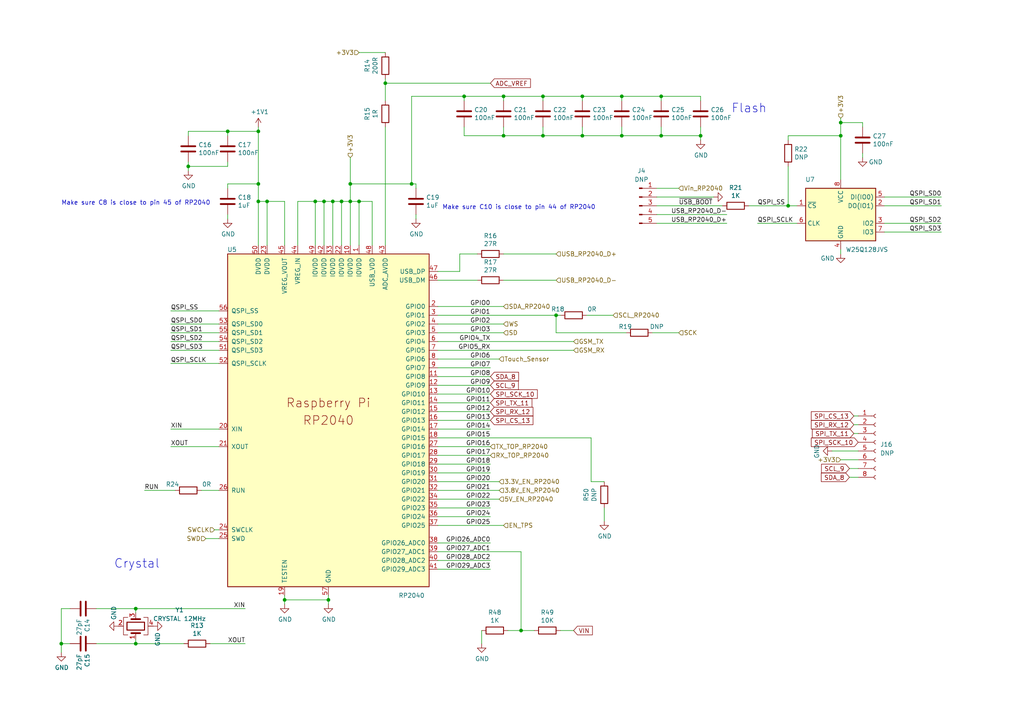
<source format=kicad_sch>
(kicad_sch (version 20231120) (generator "eeschema") (generator_version "8.0")
  (paper "A4")
  (lib_symbols
    (symbol "Connector:Conn_01x05_Male" (pin_names (offset 1.016) hide)
      (property "Reference" "J" (at 0 7.62 0))
      (property "Value" "Conn_01x05_Male" (at 0 -7.62 0))
      (symbol "Conn_01x05_Male_1_1"
        (polyline (pts (xy 1.27 -5.08) (xy 0.8636 -5.08)) (stroke (width 0.1524)))
        (polyline (pts (xy 1.27 -2.54) (xy 0.8636 -2.54)) (stroke (width 0.1524)))
        (polyline (pts (xy 1.27 0) (xy 0.8636 0)) (stroke (width 0.1524)))
        (polyline (pts (xy 1.27 2.54) (xy 0.8636 2.54)) (stroke (width 0.1524)))
        (polyline (pts (xy 1.27 5.08) (xy 0.8636 5.08)) (stroke (width 0.1524)))
        (rectangle (start 0.8636 -4.953) (end 0 -5.207) (stroke (width 0.1524)) (fill (type outline)))
        (rectangle (start 0.8636 -2.413) (end 0 -2.667) (stroke (width 0.1524)) (fill (type outline)))
        (rectangle (start 0.8636 0.127) (end 0 -0.127) (stroke (width 0.1524)) (fill (type outline)))
        (rectangle (start 0.8636 2.667) (end 0 2.413) (stroke (width 0.1524)) (fill (type outline)))
        (rectangle (start 0.8636 5.207) (end 0 4.953) (stroke (width 0.1524)) (fill (type outline)))
        (pin passive line (at 5.08 5.08 180) (length 3.81) (name "Pin_1") (number "1"))
        (pin passive line (at 5.08 2.54 180) (length 3.81) (name "Pin_2") (number "2"))
        (pin passive line (at 5.08 0 180) (length 3.81) (name "Pin_3") (number "3"))
        (pin passive line (at 5.08 -2.54 180) (length 3.81) (name "Pin_4") (number "4"))
        (pin passive line (at 5.08 -5.08 180) (length 3.81) (name "Pin_5") (number "5"))
      )
    )
    (symbol "Connector:Conn_01x08_Female" (pin_names (offset 1.016) hide)
      (property "Reference" "J" (at 0 10.16 0))
      (property "Value" "Conn_01x08_Female" (at 0 -12.7 0))
      (symbol "Conn_01x08_Female_1_1"
        (arc (start 0 -9.652) (mid -0.5058 -10.16) (end 0 -10.668) (stroke (width 0.1524)))
        (arc (start 0 -7.112) (mid -0.5058 -7.62) (end 0 -8.128) (stroke (width 0.1524)))
        (arc (start 0 -4.572) (mid -0.5058 -5.08) (end 0 -5.588) (stroke (width 0.1524)))
        (arc (start 0 -2.032) (mid -0.5058 -2.54) (end 0 -3.048) (stroke (width 0.1524)))
        (polyline (pts (xy -1.27 -10.16) (xy -0.508 -10.16)) (stroke (width 0.1524)))
        (polyline (pts (xy -1.27 -7.62) (xy -0.508 -7.62)) (stroke (width 0.1524)))
        (polyline (pts (xy -1.27 -5.08) (xy -0.508 -5.08)) (stroke (width 0.1524)))
        (polyline (pts (xy -1.27 -2.54) (xy -0.508 -2.54)) (stroke (width 0.1524)))
        (polyline (pts (xy -1.27 0) (xy -0.508 0)) (stroke (width 0.1524)))
        (polyline (pts (xy -1.27 2.54) (xy -0.508 2.54)) (stroke (width 0.1524)))
        (polyline (pts (xy -1.27 5.08) (xy -0.508 5.08)) (stroke (width 0.1524)))
        (polyline (pts (xy -1.27 7.62) (xy -0.508 7.62)) (stroke (width 0.1524)))
        (arc (start 0 0.508) (mid -0.5058 0) (end 0 -0.508) (stroke (width 0.1524)))
        (arc (start 0 3.048) (mid -0.5058 2.54) (end 0 2.032) (stroke (width 0.1524)))
        (arc (start 0 5.588) (mid -0.5058 5.08) (end 0 4.572) (stroke (width 0.1524)))
        (arc (start 0 8.128) (mid -0.5058 7.62) (end 0 7.112) (stroke (width 0.1524)))
        (pin passive line (at -5.08 7.62 0) (length 3.81) (name "Pin_1") (number "1"))
        (pin passive line (at -5.08 5.08 0) (length 3.81) (name "Pin_2") (number "2"))
        (pin passive line (at -5.08 2.54 0) (length 3.81) (name "Pin_3") (number "3"))
        (pin passive line (at -5.08 0 0) (length 3.81) (name "Pin_4") (number "4"))
        (pin passive line (at -5.08 -2.54 0) (length 3.81) (name "Pin_5") (number "5"))
        (pin passive line (at -5.08 -5.08 0) (length 3.81) (name "Pin_6") (number "6"))
        (pin passive line (at -5.08 -7.62 0) (length 3.81) (name "Pin_7") (number "7"))
        (pin passive line (at -5.08 -10.16 0) (length 3.81) (name "Pin_8") (number "8"))
      )
    )
    (symbol "Device:C" (pin_numbers hide) (pin_names (offset 0.254))
      (property "Reference" "C" (at 0.635 2.54 0))
      (property "Value" "C" (at 0.635 -2.54 0))
      (symbol "C_0_1"
        (polyline (pts (xy -2.032 -0.762) (xy 2.032 -0.762)) (stroke (width 0.508)))
        (polyline (pts (xy -2.032 0.762) (xy 2.032 0.762)) (stroke (width 0.508)))
      )
      (symbol "C_1_1"
        (pin passive line (at 0 3.81 270) (length 2.794) (name "~") (number "1"))
        (pin passive line (at 0 -3.81 90) (length 2.794) (name "~") (number "2"))
      )
    )
    (symbol "Device:Crystal_GND24" (pin_names (offset 1.016) hide)
      (property "Reference" "Y" (at 3.175 5.08 0))
      (property "Value" "Crystal_GND24" (at 3.175 3.175 0))
      (symbol "Crystal_GND24_0_1"
        (rectangle (start -1.143 2.54) (end 1.143 -2.54) (stroke (width 0.3048)))
        (polyline (pts (xy -2.54 0) (xy -2.032 0)))
        (polyline (pts (xy -2.032 -1.27) (xy -2.032 1.27)) (stroke (width 0.508)))
        (polyline (pts (xy 0 -3.81) (xy 0 -3.556)))
        (polyline (pts (xy 0 3.556) (xy 0 3.81)))
        (polyline (pts (xy 2.032 -1.27) (xy 2.032 1.27)) (stroke (width 0.508)))
        (polyline (pts (xy 2.032 0) (xy 2.54 0)))
        (polyline (pts (xy -2.54 -2.286) (xy -2.54 -3.556) (xy 2.54 -3.556) (xy 2.54 -2.286)))
        (polyline (pts (xy -2.54 2.286) (xy -2.54 3.556) (xy 2.54 3.556) (xy 2.54 2.286)))
      )
      (symbol "Crystal_GND24_1_1"
        (pin passive line (at -3.81 0 0) (length 1.27) (name "1") (number "1"))
        (pin passive line (at 0 5.08 270) (length 1.27) (name "2") (number "2"))
        (pin passive line (at 3.81 0 180) (length 1.27) (name "3") (number "3"))
        (pin passive line (at 0 -5.08 90) (length 1.27) (name "4") (number "4"))
      )
    )
    (symbol "Device:R" (pin_numbers hide) (pin_names (offset 0))
      (property "Reference" "R" (at 2.032 0 90))
      (property "Value" "R" (at 0 0 90))
      (symbol "R_0_1"
        (rectangle (start -1.016 -2.54) (end 1.016 2.54) (stroke (width 0.254)))
      )
      (symbol "R_1_1"
        (pin passive line (at 0 3.81 270) (length 1.27) (name "~") (number "1"))
        (pin passive line (at 0 -3.81 90) (length 1.27) (name "~") (number "2"))
      )
    )
    (symbol "MCU_RaspberryPi_RP2040:RP2040" (pin_names (offset 1.016))
      (property "Reference" "U" (at -29.21 49.53 0))
      (property "Value" "RP2040" (at 24.13 -49.53 0))
      (symbol "RP2040_0_0"
        (text "Raspberry Pi" (at 0 5.08 0) (effects (font (size 2.54 2.54))))
        (text "RP2040" (at 0 0 0) (effects (font (size 2.54 2.54))))
      )
      (symbol "RP2040_0_1"
        (rectangle (start 29.21 48.26) (end -29.21 -48.26) (stroke (width 0.254)) (fill (type background)))
      )
      (symbol "RP2040_1_1"
        (pin power_in line (at 8.89 50.8 270) (length 2.54) (name "IOVDD") (number "1"))
        (pin power_in line (at 6.35 50.8 270) (length 2.54) (name "IOVDD") (number "10"))
        (pin bidirectional line (at 31.75 12.7 180) (length 2.54) (name "GPIO8") (number "11"))
        (pin bidirectional line (at 31.75 10.16 180) (length 2.54) (name "GPIO9") (number "12"))
        (pin bidirectional line (at 31.75 7.62 180) (length 2.54) (name "GPIO10") (number "13"))
        (pin bidirectional line (at 31.75 5.08 180) (length 2.54) (name "GPIO11") (number "14"))
        (pin bidirectional line (at 31.75 2.54 180) (length 2.54) (name "GPIO12") (number "15"))
        (pin bidirectional line (at 31.75 0 180) (length 2.54) (name "GPIO13") (number "16"))
        (pin bidirectional line (at 31.75 -2.54 180) (length 2.54) (name "GPIO14") (number "17"))
        (pin bidirectional line (at 31.75 -5.08 180) (length 2.54) (name "GPIO15") (number "18"))
        (pin passive line (at -12.7 -50.8 90) (length 2.54) (name "TESTEN") (number "19"))
        (pin bidirectional line (at 31.75 33.02 180) (length 2.54) (name "GPIO0") (number "2"))
        (pin input line (at -31.75 -2.54 0) (length 2.54) (name "XIN") (number "20"))
        (pin passive line (at -31.75 -7.62 0) (length 2.54) (name "XOUT") (number "21"))
        (pin power_in line (at 3.81 50.8 270) (length 2.54) (name "IOVDD") (number "22"))
        (pin power_in line (at -17.78 50.8 270) (length 2.54) (name "DVDD") (number "23"))
        (pin output line (at -31.75 -31.75 0) (length 2.54) (name "SWCLK") (number "24"))
        (pin bidirectional line (at -31.75 -34.29 0) (length 2.54) (name "SWD") (number "25"))
        (pin input line (at -31.75 -20.32 0) (length 2.54) (name "RUN") (number "26"))
        (pin bidirectional line (at 31.75 -7.62 180) (length 2.54) (name "GPIO16") (number "27"))
        (pin bidirectional line (at 31.75 -10.16 180) (length 2.54) (name "GPIO17") (number "28"))
        (pin bidirectional line (at 31.75 -12.7 180) (length 2.54) (name "GPIO18") (number "29"))
        (pin bidirectional line (at 31.75 30.48 180) (length 2.54) (name "GPIO1") (number "3"))
        (pin bidirectional line (at 31.75 -15.24 180) (length 2.54) (name "GPIO19") (number "30"))
        (pin bidirectional line (at 31.75 -17.78 180) (length 2.54) (name "GPIO20") (number "31"))
        (pin bidirectional line (at 31.75 -20.32 180) (length 2.54) (name "GPIO21") (number "32"))
        (pin power_in line (at 1.27 50.8 270) (length 2.54) (name "IOVDD") (number "33"))
        (pin bidirectional line (at 31.75 -22.86 180) (length 2.54) (name "GPIO22") (number "34"))
        (pin bidirectional line (at 31.75 -25.4 180) (length 2.54) (name "GPIO23") (number "35"))
        (pin bidirectional line (at 31.75 -27.94 180) (length 2.54) (name "GPIO24") (number "36"))
        (pin bidirectional line (at 31.75 -30.48 180) (length 2.54) (name "GPIO25") (number "37"))
        (pin bidirectional line (at 31.75 -35.56 180) (length 2.54) (name "GPIO26_ADC0") (number "38"))
        (pin bidirectional line (at 31.75 -38.1 180) (length 2.54) (name "GPIO27_ADC1") (number "39"))
        (pin bidirectional line (at 31.75 27.94 180) (length 2.54) (name "GPIO2") (number "4"))
        (pin bidirectional line (at 31.75 -40.64 180) (length 2.54) (name "GPIO28_ADC2") (number "40"))
        (pin bidirectional line (at 31.75 -43.18 180) (length 2.54) (name "GPIO29_ADC3") (number "41"))
        (pin power_in line (at -1.27 50.8 270) (length 2.54) (name "IOVDD") (number "42"))
        (pin power_in line (at 16.51 50.8 270) (length 2.54) (name "ADC_AVDD") (number "43"))
        (pin power_in line (at -8.89 50.8 270) (length 2.54) (name "VREG_IN") (number "44"))
        (pin power_out line (at -12.7 50.8 270) (length 2.54) (name "VREG_VOUT") (number "45"))
        (pin bidirectional line (at 31.75 40.64 180) (length 2.54) (name "USB_DM") (number "46"))
        (pin bidirectional line (at 31.75 43.18 180) (length 2.54) (name "USB_DP") (number "47"))
        (pin power_in line (at 12.7 50.8 270) (length 2.54) (name "USB_VDD") (number "48"))
        (pin power_in line (at -3.81 50.8 270) (length 2.54) (name "IOVDD") (number "49"))
        (pin bidirectional line (at 31.75 25.4 180) (length 2.54) (name "GPIO3") (number "5"))
        (pin power_in line (at -20.32 50.8 270) (length 2.54) (name "DVDD") (number "50"))
        (pin bidirectional line (at -31.75 20.32 0) (length 2.54) (name "QSPI_SD3") (number "51"))
        (pin output line (at -31.75 16.51 0) (length 2.54) (name "QSPI_SCLK") (number "52"))
        (pin bidirectional line (at -31.75 27.94 0) (length 2.54) (name "QSPI_SD0") (number "53"))
        (pin bidirectional line (at -31.75 22.86 0) (length 2.54) (name "QSPI_SD2") (number "54"))
        (pin bidirectional line (at -31.75 25.4 0) (length 2.54) (name "QSPI_SD1") (number "55"))
        (pin bidirectional line (at -31.75 31.75 0) (length 2.54) (name "QSPI_SS") (number "56"))
        (pin power_in line (at 0 -50.8 90) (length 2.54) (name "GND") (number "57"))
        (pin bidirectional line (at 31.75 22.86 180) (length 2.54) (name "GPIO4") (number "6"))
        (pin bidirectional line (at 31.75 20.32 180) (length 2.54) (name "GPIO5") (number "7"))
        (pin bidirectional line (at 31.75 17.78 180) (length 2.54) (name "GPIO6") (number "8"))
        (pin bidirectional line (at 31.75 15.24 180) (length 2.54) (name "GPIO7") (number "9"))
      )
    )
    (symbol "Memory_Flash:W25Q128JVS"
      (property "Reference" "U" (at -8.89 8.89 0))
      (property "Value" "W25Q128JVS" (at 7.62 8.89 0))
      (symbol "W25Q128JVS_0_1"
        (rectangle (start -10.16 7.62) (end 10.16 -7.62) (stroke (width 0.254)) (fill (type background)))
      )
      (symbol "W25Q128JVS_1_1"
        (pin input line (at -12.7 2.54 0) (length 2.54) (name "~{CS}") (number "1"))
        (pin bidirectional line (at 12.7 2.54 180) (length 2.54) (name "DO(IO1)") (number "2"))
        (pin bidirectional line (at 12.7 -2.54 180) (length 2.54) (name "IO2") (number "3"))
        (pin power_in line (at 0 -10.16 90) (length 2.54) (name "GND") (number "4"))
        (pin bidirectional line (at 12.7 5.08 180) (length 2.54) (name "DI(IO0)") (number "5"))
        (pin input line (at -12.7 -2.54 0) (length 2.54) (name "CLK") (number "6"))
        (pin bidirectional line (at 12.7 -5.08 180) (length 2.54) (name "IO3") (number "7"))
        (pin power_in line (at 0 10.16 270) (length 2.54) (name "VCC") (number "8"))
      )
    )
    (symbol "power:+1V1" (power) (pin_names (offset 0))
      (property "Value" "+1V1" (at 0 3.556 0))
      (symbol "+1V1_0_1"
        (polyline (pts (xy -0.762 1.27) (xy 0 2.54)))
        (polyline (pts (xy 0 0) (xy 0 2.54)))
        (polyline (pts (xy 0 2.54) (xy 0.762 1.27)))
      )
      (symbol "+1V1_1_1"
        (pin power_in line (at 0 0 90) (length 0) hide (name "+1V1") (number "1"))
      )
    )
    (symbol "power:GND" (power) (pin_names (offset 0))
      (property "Value" "GND" (at 0 -3.81 0))
      (symbol "GND_0_1"
        (polyline (pts (xy 0 0) (xy 0 -1.27) (xy 1.27 -1.27) (xy 0 -2.54) (xy -1.27 -1.27) (xy 0 -1.27)))
      )
      (symbol "GND_1_1"
        (pin power_in line (at 0 0 270) (length 0) hide (name "GND") (number "1"))
      )
    )
  )
  (junction (at 111.76 24.13))
  (junction (at 54.61 48.26))
  (junction (at 39.37 186.69))
  (junction (at 151.13 182.88))
  (junction (at 180.34 27.94))
  (junction (at 101.6 58.42))
  (junction (at 95.25 173.99))
  (junction (at 74.93 58.42))
  (junction (at 180.34 39.37))
  (junction (at 17.78 186.69))
  (junction (at 104.14 58.42))
  (junction (at 39.37 176.53))
  (junction (at 93.98 58.42))
  (junction (at 96.52 58.42))
  (junction (at 82.55 173.99))
  (junction (at 74.93 38.1))
  (junction (at 91.44 58.42))
  (junction (at 168.91 39.37))
  (junction (at 101.6 53.34))
  (junction (at 134.62 27.94))
  (junction (at 161.29 91.44))
  (junction (at 157.48 27.94))
  (junction (at 228.6 59.69))
  (junction (at 66.04 38.1))
  (junction (at 74.93 53.34))
  (junction (at 99.06 58.42))
  (junction (at 191.77 39.37))
  (junction (at 191.77 27.94))
  (junction (at 168.91 27.94))
  (junction (at 77.47 58.42))
  (junction (at 119.38 53.34))
  (junction (at 146.05 27.94))
  (junction (at 157.48 39.37))
  (junction (at 243.84 39.37))
  (junction (at 243.84 35.56))
  (junction (at 203.2 39.37))
  (junction (at 146.05 39.37))
  (wire (pts (xy 111.76 36.83) (xy 111.76 71.12)))
  (wire (pts (xy 170.18 91.44) (xy 177.8 91.44)))
  (wire (pts (xy 49.53 124.46) (xy 63.5 124.46)))
  (wire (pts (xy 59.69 156.21) (xy 63.5 156.21)))
  (wire (pts (xy 191.77 39.37) (xy 203.2 39.37)))
  (wire (pts (xy 66.04 53.34) (xy 74.93 53.34)))
  (wire (pts (xy 127 160.02) (xy 151.13 160.02)))
  (wire (pts (xy 191.77 27.94) (xy 203.2 27.94)))
  (wire (pts (xy 101.6 58.42) (xy 104.14 58.42)))
  (wire (pts (xy 180.34 27.94) (xy 191.77 27.94)))
  (wire (pts (xy 82.55 173.99) (xy 95.25 173.99)))
  (wire (pts (xy 111.76 22.86) (xy 111.76 24.13)))
  (wire (pts (xy 180.34 39.37) (xy 168.91 39.37)))
  (wire (pts (xy 127 149.86) (xy 142.24 149.86)))
  (wire (pts (xy 39.37 186.69) (xy 53.34 186.69)))
  (wire (pts (xy 191.77 29.21) (xy 191.77 27.94)))
  (wire (pts (xy 86.36 58.42) (xy 91.44 58.42)))
  (wire (pts (xy 196.85 54.61) (xy 190.5 54.61)))
  (wire (pts (xy 146.05 27.94) (xy 157.48 27.94)))
  (wire (pts (xy 54.61 46.99) (xy 54.61 48.26)))
  (wire (pts (xy 228.6 48.26) (xy 228.6 59.69)))
  (wire (pts (xy 127 104.14) (xy 144.78 104.14)))
  (wire (pts (xy 95.25 173.99) (xy 95.25 175.26)))
  (wire (pts (xy 127 106.68) (xy 142.24 106.68)))
  (wire (pts (xy 27.94 176.53) (xy 39.37 176.53)))
  (wire (pts (xy 119.38 27.94) (xy 119.38 53.34)))
  (wire (pts (xy 101.6 53.34) (xy 101.6 58.42)))
  (wire (pts (xy 207.01 57.15) (xy 190.5 57.15)))
  (wire (pts (xy 111.76 24.13) (xy 111.76 29.21)))
  (wire (pts (xy 127 93.98) (xy 146.05 93.98)))
  (wire (pts (xy 60.96 186.69) (xy 71.12 186.69)))
  (wire (pts (xy 161.29 91.44) (xy 162.56 91.44)))
  (wire (pts (xy 190.5 59.69) (xy 209.55 59.69)))
  (wire (pts (xy 93.98 58.42) (xy 96.52 58.42)))
  (wire (pts (xy 157.48 27.94) (xy 168.91 27.94)))
  (wire (pts (xy 241.3 130.81) (xy 248.92 130.81)))
  (wire (pts (xy 66.04 54.61) (xy 66.04 53.34)))
  (wire (pts (xy 127 96.52) (xy 146.05 96.52)))
  (wire (pts (xy 74.93 53.34) (xy 74.93 58.42)))
  (wire (pts (xy 20.32 176.53) (xy 17.78 176.53)))
  (wire (pts (xy 203.2 36.83) (xy 203.2 39.37)))
  (wire (pts (xy 99.06 71.12) (xy 99.06 58.42)))
  (wire (pts (xy 127 144.78) (xy 144.78 144.78)))
  (wire (pts (xy 127 127) (xy 171.45 127)))
  (wire (pts (xy 180.34 29.21) (xy 180.34 27.94)))
  (wire (pts (xy 146.05 39.37) (xy 134.62 39.37)))
  (wire (pts (xy 63.5 90.17) (xy 49.53 90.17)))
  (wire (pts (xy 111.76 24.13) (xy 142.24 24.13)))
  (wire (pts (xy 247.65 125.73) (xy 248.92 125.73)))
  (wire (pts (xy 66.04 39.37) (xy 66.04 38.1)))
  (wire (pts (xy 77.47 58.42) (xy 74.93 58.42)))
  (wire (pts (xy 146.05 36.83) (xy 146.05 39.37)))
  (wire (pts (xy 49.53 96.52) (xy 63.5 96.52)))
  (wire (pts (xy 256.54 67.31) (xy 273.05 67.31)))
  (wire (pts (xy 203.2 39.37) (xy 203.2 40.64)))
  (wire (pts (xy 134.62 27.94) (xy 146.05 27.94)))
  (wire (pts (xy 127 81.28) (xy 138.43 81.28)))
  (wire (pts (xy 74.93 58.42) (xy 74.93 71.12)))
  (wire (pts (xy 127 114.3) (xy 142.24 114.3)))
  (wire (pts (xy 127 162.56) (xy 142.24 162.56)))
  (wire (pts (xy 127 147.32) (xy 142.24 147.32)))
  (wire (pts (xy 180.34 36.83) (xy 180.34 39.37)))
  (wire (pts (xy 107.95 71.12) (xy 107.95 58.42)))
  (wire (pts (xy 134.62 27.94) (xy 119.38 27.94)))
  (wire (pts (xy 168.91 29.21) (xy 168.91 27.94)))
  (wire (pts (xy 146.05 73.66) (xy 161.29 73.66)))
  (wire (pts (xy 203.2 29.21) (xy 203.2 27.94)))
  (wire (pts (xy 120.65 62.23) (xy 120.65 63.5)))
  (wire (pts (xy 101.6 53.34) (xy 101.6 45.72)))
  (wire (pts (xy 49.53 101.6) (xy 63.5 101.6)))
  (wire (pts (xy 77.47 71.12) (xy 77.47 58.42)))
  (wire (pts (xy 20.32 186.69) (xy 17.78 186.69)))
  (wire (pts (xy 127 99.06) (xy 166.37 99.06)))
  (wire (pts (xy 49.53 99.06) (xy 63.5 99.06)))
  (wire (pts (xy 127 91.44) (xy 161.29 91.44)))
  (wire (pts (xy 166.37 182.88) (xy 162.56 182.88)))
  (wire (pts (xy 175.26 147.32) (xy 175.26 151.13)))
  (wire (pts (xy 127 88.9) (xy 146.05 88.9)))
  (wire (pts (xy 82.55 71.12) (xy 82.55 58.42)))
  (wire (pts (xy 119.38 53.34) (xy 101.6 53.34)))
  (wire (pts (xy 151.13 182.88) (xy 151.13 160.02)))
  (wire (pts (xy 191.77 36.83) (xy 191.77 39.37)))
  (wire (pts (xy 228.6 39.37) (xy 243.84 39.37)))
  (wire (pts (xy 50.8 142.24) (xy 41.91 142.24)))
  (wire (pts (xy 147.32 182.88) (xy 151.13 182.88)))
  (wire (pts (xy 104.14 58.42) (xy 104.14 71.12)))
  (wire (pts (xy 217.17 59.69) (xy 228.6 59.69)))
  (wire (pts (xy 246.38 135.89) (xy 248.92 135.89)))
  (wire (pts (xy 63.5 129.54) (xy 49.53 129.54)))
  (wire (pts (xy 104.14 58.42) (xy 107.95 58.42)))
  (wire (pts (xy 196.85 96.52) (xy 189.23 96.52)))
  (wire (pts (xy 246.38 138.43) (xy 248.92 138.43)))
  (wire (pts (xy 86.36 71.12) (xy 86.36 58.42)))
  (wire (pts (xy 74.93 36.83) (xy 74.93 38.1)))
  (wire (pts (xy 243.84 39.37) (xy 243.84 52.07)))
  (wire (pts (xy 127 116.84) (xy 142.24 116.84)))
  (wire (pts (xy 54.61 48.26) (xy 54.61 49.53)))
  (wire (pts (xy 74.93 38.1) (xy 74.93 53.34)))
  (wire (pts (xy 171.45 139.7) (xy 175.26 139.7)))
  (wire (pts (xy 127 139.7) (xy 144.78 139.7)))
  (wire (pts (xy 133.35 73.66) (xy 138.43 73.66)))
  (wire (pts (xy 82.55 172.72) (xy 82.55 173.99)))
  (wire (pts (xy 82.55 173.99) (xy 82.55 175.26)))
  (wire (pts (xy 127 137.16) (xy 142.24 137.16)))
  (wire (pts (xy 17.78 186.69) (xy 17.78 189.23)))
  (wire (pts (xy 127 132.08) (xy 142.24 132.08)))
  (wire (pts (xy 127 157.48) (xy 142.24 157.48)))
  (wire (pts (xy 134.62 36.83) (xy 134.62 39.37)))
  (wire (pts (xy 146.05 29.21) (xy 146.05 27.94)))
  (wire (pts (xy 139.7 186.69) (xy 139.7 182.88)))
  (wire (pts (xy 63.5 105.41) (xy 49.53 105.41)))
  (wire (pts (xy 27.94 186.69) (xy 39.37 186.69)))
  (wire (pts (xy 161.29 96.52) (xy 181.61 96.52)))
  (wire (pts (xy 95.25 172.72) (xy 95.25 173.99)))
  (wire (pts (xy 17.78 176.53) (xy 17.78 186.69)))
  (wire (pts (xy 191.77 39.37) (xy 180.34 39.37)))
  (wire (pts (xy 99.06 58.42) (xy 101.6 58.42)))
  (wire (pts (xy 66.04 38.1) (xy 74.93 38.1)))
  (wire (pts (xy 210.82 64.77) (xy 190.5 64.77)))
  (wire (pts (xy 228.6 40.64) (xy 228.6 39.37)))
  (wire (pts (xy 256.54 59.69) (xy 273.05 59.69)))
  (wire (pts (xy 127 152.4) (xy 146.05 152.4)))
  (wire (pts (xy 96.52 71.12) (xy 96.52 58.42)))
  (wire (pts (xy 247.65 120.65) (xy 248.92 120.65)))
  (wire (pts (xy 250.19 44.45) (xy 250.19 45.72)))
  (wire (pts (xy 133.35 73.66) (xy 133.35 78.74)))
  (wire (pts (xy 256.54 57.15) (xy 273.05 57.15)))
  (wire (pts (xy 63.5 142.24) (xy 58.42 142.24)))
  (wire (pts (xy 127 142.24) (xy 144.78 142.24)))
  (wire (pts (xy 127 134.62) (xy 142.24 134.62)))
  (wire (pts (xy 134.62 29.21) (xy 134.62 27.94)))
  (wire (pts (xy 49.53 93.98) (xy 63.5 93.98)))
  (wire (pts (xy 127 109.22) (xy 142.24 109.22)))
  (wire (pts (xy 157.48 39.37) (xy 146.05 39.37)))
  (wire (pts (xy 104.14 15.24) (xy 111.76 15.24)))
  (wire (pts (xy 54.61 38.1) (xy 66.04 38.1)))
  (wire (pts (xy 157.48 36.83) (xy 157.48 39.37)))
  (wire (pts (xy 247.65 123.19) (xy 248.92 123.19)))
  (wire (pts (xy 127 129.54) (xy 142.24 129.54)))
  (wire (pts (xy 54.61 48.26) (xy 66.04 48.26)))
  (wire (pts (xy 127 111.76) (xy 142.24 111.76)))
  (wire (pts (xy 91.44 71.12) (xy 91.44 58.42)))
  (wire (pts (xy 93.98 71.12) (xy 93.98 58.42)))
  (wire (pts (xy 62.23 153.67) (xy 63.5 153.67)))
  (wire (pts (xy 243.84 133.35) (xy 248.92 133.35)))
  (wire (pts (xy 243.84 35.56) (xy 243.84 39.37)))
  (wire (pts (xy 82.55 58.42) (xy 77.47 58.42)))
  (wire (pts (xy 127 78.74) (xy 133.35 78.74)))
  (wire (pts (xy 171.45 139.7) (xy 171.45 127)))
  (wire (pts (xy 168.91 39.37) (xy 157.48 39.37)))
  (wire (pts (xy 66.04 48.26) (xy 66.04 46.99)))
  (wire (pts (xy 243.84 34.29) (xy 243.84 35.56)))
  (wire (pts (xy 219.71 64.77) (xy 231.14 64.77)))
  (wire (pts (xy 127 124.46) (xy 142.24 124.46)))
  (wire (pts (xy 228.6 59.69) (xy 231.14 59.69)))
  (wire (pts (xy 210.82 62.23) (xy 190.5 62.23)))
  (wire (pts (xy 243.84 72.39) (xy 243.84 73.66)))
  (wire (pts (xy 250.19 36.83) (xy 250.19 35.56)))
  (wire (pts (xy 151.13 182.88) (xy 154.94 182.88)))
  (wire (pts (xy 66.04 62.23) (xy 66.04 63.5)))
  (wire (pts (xy 161.29 91.44) (xy 161.29 96.52)))
  (wire (pts (xy 39.37 177.8) (xy 39.37 176.53)))
  (wire (pts (xy 101.6 71.12) (xy 101.6 58.42)))
  (wire (pts (xy 39.37 176.53) (xy 71.12 176.53)))
  (wire (pts (xy 120.65 53.34) (xy 119.38 53.34)))
  (wire (pts (xy 39.37 185.42) (xy 39.37 186.69)))
  (wire (pts (xy 127 119.38) (xy 142.24 119.38)))
  (wire (pts (xy 256.54 64.77) (xy 273.05 64.77)))
  (wire (pts (xy 127 121.92) (xy 142.24 121.92)))
  (wire (pts (xy 146.05 81.28) (xy 161.29 81.28)))
  (wire (pts (xy 120.65 54.61) (xy 120.65 53.34)))
  (wire (pts (xy 127 165.1) (xy 142.24 165.1)))
  (wire (pts (xy 168.91 27.94) (xy 180.34 27.94)))
  (wire (pts (xy 91.44 58.42) (xy 93.98 58.42)))
  (wire (pts (xy 127 101.6) (xy 166.37 101.6)))
  (wire (pts (xy 96.52 58.42) (xy 99.06 58.42)))
  (wire (pts (xy 250.19 35.56) (xy 243.84 35.56)))
  (wire (pts (xy 157.48 29.21) (xy 157.48 27.94)))
  (wire (pts (xy 168.91 36.83) (xy 168.91 39.37)))
  (wire (pts (xy 54.61 39.37) (xy 54.61 38.1)))
  (text "Make sure C8 is close to pin 45 of RP2040" (at 17.78 59.69 0) (effects (font (size 1.27 1.27)) (justify left bottom)))
  (text "Make sure C10 is close to pin 44 of RP2040" (at 128.27 60.96 0) (effects (font (size 1.27 1.27)) (justify left bottom)))
  (text "Flash" (at 212.09 33.02 0) (effects (font (size 2.54 2.54)) (justify left bottom)))
  (text "Crystal" (at 33.02 165.1 0) (effects (font (size 2.54 2.54)) (justify left bottom)))
  (label "GPIO22" (at 142.24 144.78 180))
  (label "GPIO17" (at 142.24 132.08 180))
  (label "GPIO9" (at 142.24 111.76 180))
  (label "XIN" (at 71.12 176.53 180))
  (label "GPIO5_RX" (at 142.24 101.6 180))
  (label "GPIO15" (at 142.24 127 180))
  (label "QSPI_SD0" (at 49.53 93.98 0))
  (label "GPIO18" (at 142.24 134.62 180))
  (label "GPIO26_ADC0" (at 142.24 157.48 180))
  (label "GPIO24" (at 142.24 149.86 180))
  (label "QSPI_SD2" (at 49.53 99.06 0))
  (label "GPIO27_ADC1" (at 142.24 160.02 180))
  (label "QSPI_SCLK" (at 219.71 64.77 0))
  (label "GPIO7" (at 142.24 106.68 180))
  (label "GPIO14" (at 142.24 124.46 180))
  (label "GPIO3" (at 142.24 96.52 180))
  (label "GPIO0" (at 142.24 88.9 180))
  (label "QSPI_SD3" (at 273.05 67.31 180))
  (label "GPIO11" (at 142.24 116.84 180))
  (label "QSPI_SD0" (at 273.05 57.15 180))
  (label "USB_RP2040_D-" (at 210.82 62.23 180))
  (label "GPIO4_TX" (at 142.24 99.06 180))
  (label "GPIO20" (at 142.24 139.7 180))
  (label "~{USB_BOOT}" (at 196.85 59.69 0))
  (label "GPIO13" (at 142.24 121.92 180))
  (label "GPIO12" (at 142.24 119.38 180))
  (label "GPIO6" (at 142.24 104.14 180))
  (label "GPIO29_ADC3" (at 142.24 165.1 180))
  (label "GPIO1" (at 142.24 91.44 180))
  (label "GPIO28_ADC2" (at 142.24 162.56 180))
  (label "QSPI_SCLK" (at 49.53 105.41 0))
  (label "QSPI_SS" (at 49.53 90.17 0))
  (label "GPIO23" (at 142.24 147.32 180))
  (label "QSPI_SD3" (at 49.53 101.6 0))
  (label "USB_RP2040_D+" (at 210.82 64.77 180))
  (label "RUN" (at 41.91 142.24 0))
  (label "GPIO19" (at 142.24 137.16 180))
  (label "GPIO10" (at 142.24 114.3 180))
  (label "QSPI_SD1" (at 273.05 59.69 180))
  (label "QSPI_SD2" (at 273.05 64.77 180))
  (label "GPIO16" (at 142.24 129.54 180))
  (label "XOUT" (at 49.53 129.54 0))
  (label "QSPI_SD1" (at 49.53 96.52 0))
  (label "GPIO8" (at 142.24 109.22 180))
  (label "XOUT" (at 71.12 186.69 180))
  (label "GPIO25" (at 142.24 152.4 180))
  (label "QSPI_SS" (at 219.71 59.69 0))
  (label "XIN" (at 49.53 124.46 0))
  (label "GPIO21" (at 142.24 142.24 180))
  (label "GPIO2" (at 142.24 93.98 180))
  (global_label "SPI_SCK_10" (shape input) (at 142.24 114.3 0) (property "Intersheetrefs" "${INTERSHEET_REFS}" (effects (hide yes))))
  (global_label "SPI_TX_11" (shape input) (at 142.24 116.84 0) (property "Intersheetrefs" "${INTERSHEET_REFS}" (effects (hide yes))))
  (global_label "ADC_VREF" (shape input) (at 142.24 24.13 0) (property "Intersheetrefs" "${INTERSHEET_REFS}" (effects (hide yes))))
  (global_label "VIN" (shape input) (at 166.37 182.88 0) (property "Intersheetrefs" "${INTERSHEET_REFS}" (effects (hide yes))))
  (global_label "SPI_TX_11" (shape input) (at 247.65 125.73 180) (property "Intersheetrefs" "${INTERSHEET_REFS}" (effects (hide yes))))
  (global_label "SPI_RX_12" (shape input) (at 247.65 123.19 180) (property "Intersheetrefs" "${INTERSHEET_REFS}" (effects (hide yes))))
  (global_label "SPI_CS_13" (shape input) (at 142.24 121.92 0) (property "Intersheetrefs" "${INTERSHEET_REFS}" (effects (hide yes))))
  (global_label "SPI_CS_13" (shape input) (at 247.65 120.65 180) (property "Intersheetrefs" "${INTERSHEET_REFS}" (effects (hide yes))))
  (global_label "SDA_8" (shape input) (at 246.38 138.43 180) (property "Intersheetrefs" "${INTERSHEET_REFS}" (effects (hide yes))))
  (global_label "SPI_RX_12" (shape input) (at 142.24 119.38 0) (property "Intersheetrefs" "${INTERSHEET_REFS}" (effects (hide yes))))
  (global_label "SCL_9" (shape input) (at 142.24 111.76 0) (property "Intersheetrefs" "${INTERSHEET_REFS}" (effects (hide yes))))
  (global_label "SCL_9" (shape input) (at 246.38 135.89 180) (property "Intersheetrefs" "${INTERSHEET_REFS}" (effects (hide yes))))
  (global_label "SDA_8" (shape input) (at 142.24 109.22 0) (property "Intersheetrefs" "${INTERSHEET_REFS}" (effects (hide yes))))
  (global_label "SPI_SCK_10" (shape input) (at 248.92 128.27 180) (property "Intersheetrefs" "${INTERSHEET_REFS}" (effects (hide yes))))
  (hierarchical_label "+3V3" (shape input) (at 243.84 133.35 180))
  (hierarchical_label "EN_TPS" (shape input) (at 146.05 152.4 0))
  (hierarchical_label "WS" (shape input) (at 146.05 93.98 0))
  (hierarchical_label "Vin_RP2040" (shape input) (at 196.85 54.61 0))
  (hierarchical_label "+3V3" (shape input) (at 101.6 45.72 90))
  (hierarchical_label "SCL_RP2040" (shape input) (at 177.8 91.44 0))
  (hierarchical_label "Touch_Sensor" (shape input) (at 144.78 104.14 0))
  (hierarchical_label "+3V3" (shape input) (at 104.14 15.24 180))
  (hierarchical_label "SDA_RP2040" (shape input) (at 146.05 88.9 0))
  (hierarchical_label "SWCLK" (shape input) (at 62.23 153.67 180))
  (hierarchical_label "GSM_TX" (shape input) (at 166.37 99.06 0))
  (hierarchical_label "USB_RP2040_D-" (shape input) (at 161.29 81.28 0))
  (hierarchical_label "RX_TOP_RP2040" (shape input) (at 142.24 132.08 0))
  (hierarchical_label "5V_EN_RP2040" (shape input) (at 144.78 144.78 0))
  (hierarchical_label "GSM_RX" (shape input) (at 166.37 101.6 0))
  (hierarchical_label "USB_RP2040_D+" (shape input) (at 161.29 73.66 0))
  (hierarchical_label "3.3V_EN_RP2040" (shape input) (at 144.78 139.7 0))
  (hierarchical_label "TX_TOP_RP2040" (shape input) (at 142.24 129.54 0))
  (hierarchical_label "SWD" (shape input) (at 59.69 156.21 180))
  (hierarchical_label "3.8V_EN_RP2040" (shape input) (at 144.78 142.24 0))
  (hierarchical_label "SCK" (shape input) (at 196.85 96.52 0))
  (hierarchical_label "+3V3" (shape input) (at 243.84 34.29 90))
  (hierarchical_label "SD" (shape input) (at 146.05 96.52 0))
  (symbol (lib_id "Device:R") (at 57.15 186.69 270) (unit 1)
    (property "Reference" "R13" (at 57.15 181.4322 90))
    (property "Value" "1K" (at 57.15 183.7436 90))
    (property "Footprint" "Resistor_SMD:R_0603_1608Metric" (effects (hide yes)))
  )
  (symbol (lib_id "Device:C") (at 24.13 186.69 270) (unit 1)
    (property "Reference" "C15" (at 25.2984 189.611 0) (effects (justify left)))
    (property "Value" "27pF" (at 22.987 189.611 0) (effects (justify left)))
    (property "Footprint" "Capacitor_SMD:C_0402_1005Metric" (effects (hide yes)))
  )
  (symbol (lib_id "Device:C") (at 24.13 176.53 270) (unit 1)
    (property "Reference" "C14" (at 25.2984 179.451 0) (effects (justify left)))
    (property "Value" "27pF" (at 22.987 179.451 0) (effects (justify left)))
    (property "Footprint" "Capacitor_SMD:C_0402_1005Metric" (effects (hide yes)))
  )
  (symbol (lib_id "Device:C") (at 191.77 33.02 0) (unit 1)
    (property "Reference" "C25" (at 194.691 31.8516 0) (effects (justify left)))
    (property "Value" "100nF" (at 194.691 34.163 0) (effects (justify left)))
    (property "Footprint" "Capacitor_SMD:C_0402_1005Metric" (effects (hide yes)))
  )
  (symbol (lib_id "Device:R") (at 54.61 142.24 270) (unit 1)
    (property "Reference" "R24" (at 50.038 140.462 90))
    (property "Value" "0R" (at 59.944 140.462 90))
    (property "Footprint" "Resistor_SMD:R_0603_1608Metric" (effects (hide yes)))
  )
  (symbol (lib_id "power:GND") (at 17.78 189.23 0) (unit 1)
    (property "Reference" "#PWR0135" (effects (hide yes)))
    (property "Value" "GND" (at 17.907 193.6242 0))
  )
  (symbol (lib_id "Device:R") (at 142.24 73.66 270) (unit 1)
    (property "Reference" "R16" (at 142.24 68.4022 90))
    (property "Value" "27R" (at 142.24 70.7136 90))
    (property "Footprint" "Resistor_SMD:R_0603_1608Metric" (effects (hide yes)))
  )
  (symbol (lib_id "Device:C") (at 120.65 58.42 0) (unit 1)
    (property "Reference" "C19" (at 123.571 57.2516 0) (effects (justify left)))
    (property "Value" "1uF" (at 123.571 59.563 0) (effects (justify left)))
    (property "Footprint" "Capacitor_SMD:C_0402_1005Metric" (effects (hide yes)))
  )
  (symbol (lib_id "power:GND") (at 95.25 175.26 0) (unit 1)
    (property "Reference" "#PWR0131" (effects (hide yes)))
    (property "Value" "GND" (at 95.377 179.6542 0))
  )
  (symbol (lib_id "Device:R") (at 142.24 81.28 270) (unit 1)
    (property "Reference" "R17" (at 142.24 76.0222 90))
    (property "Value" "27R" (at 142.24 78.3336 90))
    (property "Footprint" "Resistor_SMD:R_0603_1608Metric" (effects (hide yes)))
  )
  (symbol (lib_id "Device:R") (at 175.26 143.51 0) (unit 1)
    (property "Reference" "R50" (at 170.0022 143.51 90))
    (property "Value" "DNP" (at 172.3136 143.51 90))
    (property "Footprint" "Resistor_SMD:R_0603_1608Metric" (effects (hide yes)))
  )
  (symbol (lib_id "power:GND") (at 139.7 186.69 0) (unit 1)
    (property "Reference" "#PWR0174" (effects (hide yes)))
    (property "Value" "GND" (at 139.827 191.0842 0))
  )
  (symbol (lib_id "power:GND") (at 54.61 49.53 0) (unit 1)
    (property "Reference" "#PWR0128" (effects (hide yes)))
    (property "Value" "GND" (at 54.737 53.9242 0))
  )
  (symbol (lib_id "Device:C") (at 180.34 33.02 0) (unit 1)
    (property "Reference" "C24" (at 183.261 31.8516 0) (effects (justify left)))
    (property "Value" "100nF" (at 183.261 34.163 0) (effects (justify left)))
    (property "Footprint" "Capacitor_SMD:C_0402_1005Metric" (effects (hide yes)))
  )
  (symbol (lib_id "Device:C") (at 134.62 33.02 0) (unit 1)
    (property "Reference" "C20" (at 137.541 31.8516 0) (effects (justify left)))
    (property "Value" "100nF" (at 137.541 34.163 0) (effects (justify left)))
    (property "Footprint" "Capacitor_SMD:C_0402_1005Metric" (effects (hide yes)))
  )
  (symbol (lib_id "Memory_Flash:W25Q128JVS") (at 243.84 62.23 0) (unit 1)
    (property "Reference" "U7" (at 234.95 52.07 0))
    (property "Value" "W25Q128JVS" (at 251.46 72.39 0))
    (property "Footprint" "Package_SO:SOIC-8_5.23x5.23mm_P1.27mm" (effects (hide yes)))
    (property "Datasheet" "http://www.winbond.com/resource-files/w25q128jv_dtr%20revc%2003272018%20plus.pdf" (effects (hide yes)))
    (property "Link" "https://www.lcsc.com/product-detail/NOR-FLASH_Winbond-Elec-W25Q128JVSIQ_C97521.html" (effects (hide yes)))
    (property "MPN" "W25Q128JVSIQ" (effects (hide yes)))
  )
  (symbol (lib_id "power:GND") (at 175.26 151.13 0) (unit 1)
    (property "Reference" "#PWR0175" (effects (hide yes)))
    (property "Value" "GND" (at 175.387 155.5242 0))
  )
  (symbol (lib_id "Device:C") (at 146.05 33.02 0) (unit 1)
    (property "Reference" "C21" (at 148.971 31.8516 0) (effects (justify left)))
    (property "Value" "100nF" (at 148.971 34.163 0) (effects (justify left)))
    (property "Footprint" "Capacitor_SMD:C_0402_1005Metric" (effects (hide yes)))
  )
  (symbol (lib_id "Device:R") (at 143.51 182.88 270) (unit 1)
    (property "Reference" "R48" (at 143.51 177.6222 90))
    (property "Value" "1K" (at 143.51 179.9336 90))
    (property "Footprint" "Resistor_SMD:R_0603_1608Metric" (effects (hide yes)))
  )
  (symbol (lib_id "power:GND") (at 34.29 181.61 270) (unit 1)
    (property "Reference" "#PWR0133" (effects (hide yes)))
    (property "Value" "GND" (at 33.02 177.8 0))
  )
  (symbol (lib_id "Connector:Conn_01x05_Male") (at 185.42 59.69 0) (unit 1)
    (property "Reference" "J4" (at 186.055 49.53 0))
    (property "Value" "DNP" (at 186.055 52.07 0))
    (property "Footprint" "Connector_PinSocket_2.00mm:PinSocket_1x05_P2.00mm_Vertical" (effects (hide yes)))
    (property "MPN" "MALE 1x05_P2.00mm Through Hole PinHeader " (effects (hide yes)))
  )
  (symbol (lib_id "Device:R") (at 228.6 44.45 0) (unit 1)
    (property "Reference" "R22" (at 230.378 43.2816 0) (effects (justify left)))
    (property "Value" "DNP" (at 230.378 45.593 0) (effects (justify left)))
    (property "Footprint" "Resistor_SMD:R_0603_1608Metric" (effects (hide yes)))
  )
  (symbol (lib_id "Device:R") (at 166.37 91.44 270) (unit 1)
    (property "Reference" "R18" (at 161.798 89.662 90))
    (property "Value" "0R" (at 171.704 89.662 90))
    (property "Footprint" "Resistor_SMD:R_0603_1608Metric" (effects (hide yes)))
  )
  (symbol (lib_id "Device:R") (at 158.75 182.88 270) (unit 1)
    (property "Reference" "R49" (at 158.75 177.6222 90))
    (property "Value" "10K" (at 158.75 179.9336 90))
    (property "Footprint" "Resistor_SMD:R_0603_1608Metric" (effects (hide yes)))
  )
  (symbol (lib_id "Device:R") (at 111.76 19.05 0) (unit 1)
    (property "Reference" "R14" (at 106.5022 19.05 90))
    (property "Value" "200R" (at 108.8136 19.05 90))
    (property "Footprint" "Resistor_SMD:R_0603_1608Metric" (effects (hide yes)))
  )
  (symbol (lib_id "Device:C") (at 203.2 33.02 0) (unit 1)
    (property "Reference" "C26" (at 206.121 31.8516 0) (effects (justify left)))
    (property "Value" "100nF" (at 206.121 34.163 0) (effects (justify left)))
    (property "Footprint" "Capacitor_SMD:C_0402_1005Metric" (effects (hide yes)))
  )
  (symbol (lib_id "Device:C") (at 66.04 43.18 0) (unit 1)
    (property "Reference" "C17" (at 68.961 42.0116 0) (effects (justify left)))
    (property "Value" "100nF" (at 68.961 44.323 0) (effects (justify left)))
    (property "Footprint" "Capacitor_SMD:C_0402_1005Metric" (effects (hide yes)))
  )
  (symbol (lib_id "MCU_RaspberryPi_RP2040:RP2040") (at 95.25 121.92 0) (unit 1)
    (property "Reference" "U5" (at 67.31 72.39 0))
    (property "Value" "RP2040" (at 119.38 172.72 0))
    (property "Footprint" "RP2040_minimal:RP2040-QFN-56" (effects (hide yes)))
    (property "Link" "https://www.lcsc.com/product-detail/Microcontroller-Units-MCUs-MPUs-SOCs_Raspberry-Pi-RP2040_C2040.html" (effects (hide yes)))
    (property "MPN" "RP2040" (effects (hide yes)))
  )
  (symbol (lib_id "power:GND") (at 243.84 73.66 0) (unit 1)
    (property "Reference" "#PWR0151" (effects (hide yes)))
    (property "Value" "GND" (at 240.03 74.93 0))
  )
  (symbol (lib_id "Device:C") (at 66.04 58.42 0) (unit 1)
    (property "Reference" "C18" (at 68.961 57.2516 0) (effects (justify left)))
    (property "Value" "1uF" (at 68.961 59.563 0) (effects (justify left)))
    (property "Footprint" "Capacitor_SMD:C_0402_1005Metric" (effects (hide yes)))
  )
  (symbol (lib_id "Device:C") (at 157.48 33.02 0) (unit 1)
    (property "Reference" "C22" (at 160.401 31.8516 0) (effects (justify left)))
    (property "Value" "100nF" (at 160.401 34.163 0) (effects (justify left)))
    (property "Footprint" "Capacitor_SMD:C_0402_1005Metric" (effects (hide yes)))
  )
  (symbol (lib_id "power:GND") (at 44.45 181.61 90) (unit 1)
    (property "Reference" "#PWR0134" (effects (hide yes)))
    (property "Value" "GND" (at 45.72 185.42 0))
  )
  (symbol (lib_id "power:GND") (at 207.01 57.15 90) (unit 1)
    (property "Reference" "#PWR0139" (effects (hide yes)))
    (property "Value" "GND" (effects (hide yes)))
  )
  (symbol (lib_id "Device:R") (at 111.76 33.02 0) (unit 1)
    (property "Reference" "R15" (at 106.5022 33.02 90))
    (property "Value" "1R" (at 108.8136 33.02 90))
    (property "Footprint" "Resistor_SMD:R_0603_1608Metric" (effects (hide yes)))
  )
  (symbol (lib_id "Connector:Conn_01x08_Female") (at 254 128.27 0) (unit 1)
    (property "Reference" "J16" (at 255.27 128.905 0) (effects (justify left)))
    (property "Value" "DNP" (at 255.27 131.445 0) (effects (justify left)))
    (property "Footprint" "Connector_PinHeader_2.54mm:PinHeader_1x08_P2.54mm_Vertical" (effects (hide yes)))
    (property "MPN" "MALE 1x08_P2.54mm Through Hole PinHeader" (effects (hide yes)))
  )
  (symbol (lib_id "Device:C") (at 250.19 40.64 0) (unit 1)
    (property "Reference" "C27" (at 253.111 39.4716 0) (effects (justify left)))
    (property "Value" "100nF" (at 253.111 41.783 0) (effects (justify left)))
    (property "Footprint" "Capacitor_SMD:C_0402_1005Metric" (effects (hide yes)))
  )
  (symbol (lib_id "power:GND") (at 120.65 63.5 0) (unit 1)
    (property "Reference" "#PWR0127" (effects (hide yes)))
    (property "Value" "GND" (at 120.777 67.8942 0))
  )
  (symbol (lib_id "Device:R") (at 213.36 59.69 270) (unit 1)
    (property "Reference" "R21" (at 213.36 54.4322 90))
    (property "Value" "1K" (at 213.36 56.7436 90))
    (property "Footprint" "Resistor_SMD:R_0603_1608Metric" (effects (hide yes)))
  )
  (symbol (lib_id "Device:Crystal_GND24") (at 39.37 181.61 90) (unit 1)
    (property "Reference" "Y1" (at 52.07 176.911 90))
    (property "Value" "CRYSTAL 12MHz" (at 52.07 179.451 90))
    (property "Footprint" "Crystal:Crystal_SMD_3225-4Pin_3.2x2.5mm" (effects (hide yes)))
    (property "Link" "https://www.lcsc.com/product-detail/Crystals_huaxindianzi-CF4012M00020001_C7294551.html" (effects (hide yes)))
    (property "MPN" "CF4012M00020001" (effects (hide yes)))
  )
  (symbol (lib_id "power:GND") (at 203.2 40.64 0) (unit 1)
    (property "Reference" "#PWR0138" (effects (hide yes)))
    (property "Value" "GND" (at 203.327 45.0342 0))
  )
  (symbol (lib_id "power:+1V1") (at 74.93 36.83 0) (unit 1)
    (property "Reference" "#PWR0130" (effects (hide yes)))
    (property "Value" "+1V1" (at 75.311 32.4358 0))
  )
  (symbol (lib_id "Device:C") (at 168.91 33.02 0) (unit 1)
    (property "Reference" "C23" (at 171.831 31.8516 0) (effects (justify left)))
    (property "Value" "100nF" (at 171.831 34.163 0) (effects (justify left)))
    (property "Footprint" "Capacitor_SMD:C_0402_1005Metric" (effects (hide yes)))
  )
  (symbol (lib_id "power:GND") (at 82.55 175.26 0) (unit 1)
    (property "Reference" "#PWR0132" (effects (hide yes)))
    (property "Value" "GND" (at 82.677 179.6542 0))
  )
  (symbol (lib_id "power:GND") (at 66.04 63.5 0) (unit 1)
    (property "Reference" "#PWR0129" (effects (hide yes)))
    (property "Value" "GND" (at 66.167 67.8942 0))
  )
  (symbol (lib_id "Device:R") (at 185.42 96.52 270) (unit 1)
    (property "Reference" "R19" (at 181.356 94.742 90))
    (property "Value" "DNP" (at 190.5 94.742 90))
    (property "Footprint" "Resistor_SMD:R_0603_1608Metric" (effects (hide yes)))
  )
  (symbol (lib_id "Device:C") (at 54.61 43.18 0) (unit 1)
    (property "Reference" "C16" (at 57.531 42.0116 0) (effects (justify left)))
    (property "Value" "100nF" (at 57.531 44.323 0) (effects (justify left)))
    (property "Footprint" "Capacitor_SMD:C_0402_1005Metric" (effects (hide yes)))
  )
  (symbol (lib_id "power:GND") (at 241.3 130.81 270) (unit 1)
    (property "Reference" "#PWR0119" (effects (hide yes)))
    (property "Value" "GND" (at 236.9058 130.937 0))
  )
  (symbol (lib_id "power:GND") (at 250.19 45.72 0) (unit 1)
    (property "Reference" "#PWR0145" (effects (hide yes)))
    (property "Value" "GND" (at 254 46.99 0))
  )
)
</source>
